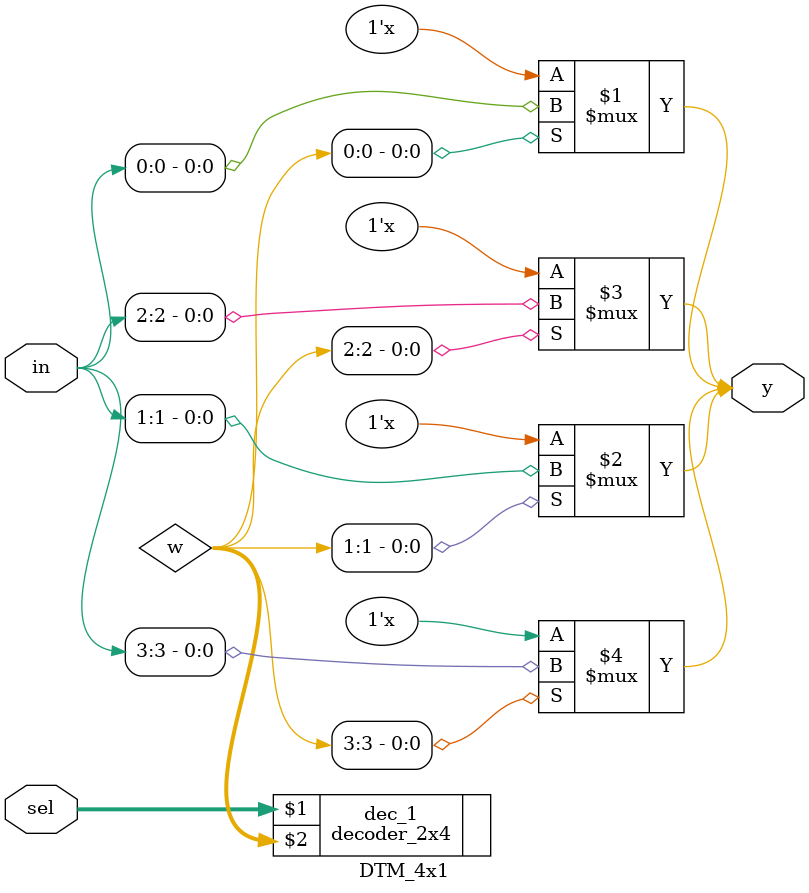
<source format=v>
`timescale 1ns / 1ps


module DTM_4x1(input [3:0]in,input[1:0]sel,output y);

wire [3:0]w;

decoder_2x4 dec_1 (sel,w);

bufif1(y,in[0],w[0]);
bufif1(y,in[1],w[1]);
bufif1(y,in[2],w[2]);
bufif1(y,in[3],w[3]);

endmodule

</source>
